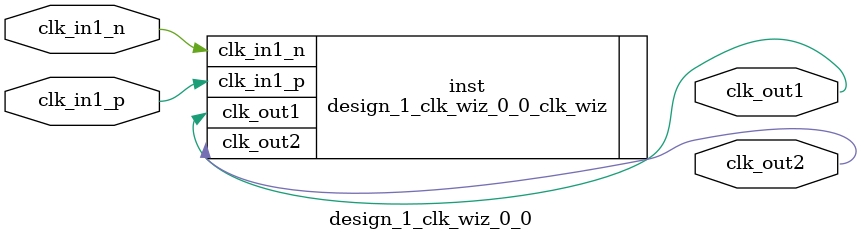
<source format=v>


`timescale 1ps/1ps

(* CORE_GENERATION_INFO = "design_1_clk_wiz_0_0,clk_wiz_v6_0_9_0_0,{component_name=design_1_clk_wiz_0_0,use_phase_alignment=false,use_min_o_jitter=false,use_max_i_jitter=false,use_dyn_phase_shift=false,use_inclk_switchover=false,use_dyn_reconfig=false,enable_axi=0,feedback_source=FDBK_AUTO,PRIMITIVE=PLL,num_out_clk=2,clkin1_period=3.333,clkin2_period=10.0,use_power_down=false,use_reset=false,use_locked=false,use_inclk_stopped=false,feedback_type=SINGLE,CLOCK_MGR_TYPE=NA,manual_override=false}" *)

module design_1_clk_wiz_0_0 
 (
  // Clock out ports
  output        clk_out1,
  output        clk_out2,
 // Clock in ports
  input         clk_in1_p,
  input         clk_in1_n
 );

  design_1_clk_wiz_0_0_clk_wiz inst
  (
  // Clock out ports  
  .clk_out1(clk_out1),
  .clk_out2(clk_out2),
 // Clock in ports
  .clk_in1_p(clk_in1_p),
  .clk_in1_n(clk_in1_n)
  );

endmodule

</source>
